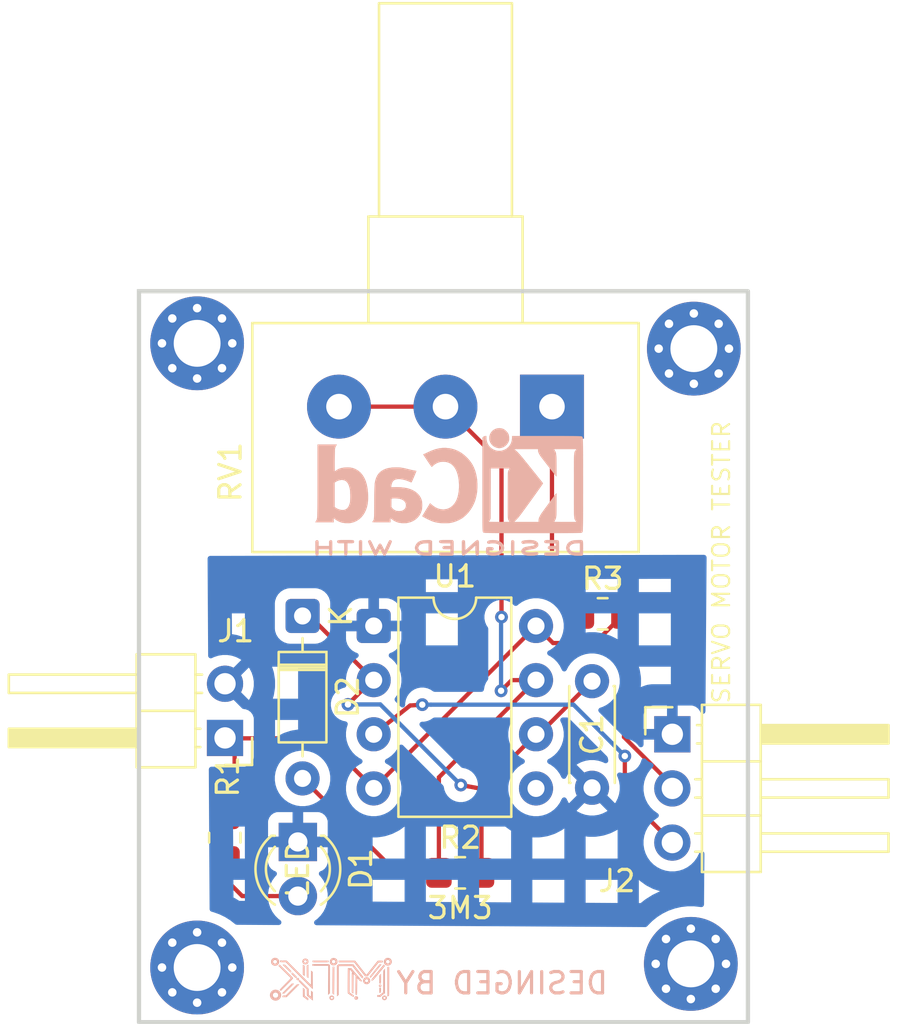
<source format=kicad_pcb>
(kicad_pcb (version 20241229) (generator "pcbnew") (generator_version "9.0")
  (layers (0 "F.Cu" signal) (2 "B.Cu" signal) (13 "F.Paste" user) (15 "B.Paste" user) (5 "F.SilkS" user "F.Silkscreen") (7 "B.SilkS" user "B.Silkscreen") (1 "F.Mask" user) (3 "B.Mask" user) (25 "Edge.Cuts" user))
  (net 0 "")
  (net 1 "Net-(D2-K)")
  (net 2 "GND")
  (net 3 "Net-(D1-A)")
  (net 4 "Net-(D2-A)")
  (net 5 "/VCC")
  (net 6 "/SIG")
  (net 7 "Net-(R3-Pad1)")
  (footprint "Connector_PinHeader_2.54mm:PinHeader_1x02_P2.54mm_Horizontal" (layer "F.Cu") (at 123.65 100.09 180)
    (property "Reference" "J1" (at -0.5 5.01 0) (layer "F.SilkS"))
    (property "Value" "Conn_01x02_Pin" (hide yes))
    (pad "1" thru_hole rect (at 0 0 180) (size 1.7 1.7) (drill 1) (layers "*.Cu" "*.Mask") (net 5 "/VCC"))
    (pad "2" thru_hole circle (at 0 2.54 180) (size 1.7 1.7) (drill 1) (layers "*.Cu" "*.Mask") (net 2 "GND"))
  )
  (footprint "LED_THT:LED_D3.0mm" (layer "F.Cu") (at 127.07 104.97 -90)
    (property "Reference" "D1" (at 1.27 -2.96 90) (layer "F.SilkS"))
    (property "Value" "LED" (at 1.27 0 90) (layer "F.SilkS"))
    (pad "1" thru_hole rect (at 0 0 270) (size 1.8 1.8) (drill 0.9) (layers "*.Cu" "*.Mask") (net 2 "GND"))
    (pad "2" thru_hole circle (at 2.54 0 270) (size 1.8 1.8) (drill 0.9) (layers "*.Cu" "*.Mask") (net 3 "Net-(D1-A)"))
  )
  (footprint "MountingHole:MountingHole_2.2mm_M2_Pad_Via" (layer "F.Cu") (at 145.52 110.69)
    (property "Reference" "REF**" (hide yes))
    (property "Value" "MountingHole_2.2mm_M2_Pad_Via" (hide yes))
    (pad "1" thru_hole circle (at -1.65 0) (size 0.7 0.7) (drill 0.4) (layers "*.Cu" "*.Mask"))
    (pad "1" thru_hole circle (at -1.166726 -1.166726) (size 0.7 0.7) (drill 0.4) (layers "*.Cu" "*.Mask"))
    (pad "1" thru_hole circle (at -1.166726 1.166726) (size 0.7 0.7) (drill 0.4) (layers "*.Cu" "*.Mask"))
    (pad "1" thru_hole circle (at 0 -1.65) (size 0.7 0.7) (drill 0.4) (layers "*.Cu" "*.Mask"))
    (pad "1" thru_hole circle (at 0 0) (size 4.4 4.4) (drill 2.2) (layers "*.Cu" "*.Mask"))
    (pad "1" thru_hole circle (at 0 1.65) (size 0.7 0.7) (drill 0.4) (layers "*.Cu" "*.Mask"))
    (pad "1" thru_hole circle (at 1.166726 -1.166726) (size 0.7 0.7) (drill 0.4) (layers "*.Cu" "*.Mask"))
    (pad "1" thru_hole circle (at 1.166726 1.166726) (size 0.7 0.7) (drill 0.4) (layers "*.Cu" "*.Mask"))
    (pad "1" thru_hole circle (at 1.65 0) (size 0.7 0.7) (drill 0.4) (layers "*.Cu" "*.Mask"))
  )
  (footprint "Resistor_SMD:R_0805_2012Metric_Pad1.20x1.40mm_HandSolder" (layer "F.Cu") (at 141.38 94.27)
    (property "Reference" "R3" (at 0 -1.65 0) (layer "F.SilkS"))
    (property "Value" "56K" (hide yes))
    (pad "1" smd roundrect (at -1 0) (size 1.2 1.4) (layers "F.Cu" "F.Mask" "F.Paste") (roundrect_rratio 0.208333) (net 7 "Net-(R3-Pad1)"))
    (pad "2" smd roundrect (at 1 0) (size 1.2 1.4) (layers "F.Cu" "F.Mask" "F.Paste") (roundrect_rratio 0.208333) (net 5 "/VCC"))
  )
  (footprint "Connector_PinHeader_2.54mm:PinHeader_1x03_P2.54mm_Horizontal" (layer "F.Cu") (at 144.65 99.92)
    (property "Reference" "J2" (at -2.6 6.88 0) (layer "F.SilkS"))
    (property "Value" "Conn_01x03_Pin" (hide yes))
    (pad "1" thru_hole rect (at 0 0) (size 1.7 1.7) (drill 1) (layers "*.Cu" "*.Mask") (net 2 "GND"))
    (pad "2" thru_hole circle (at 0 2.54) (size 1.7 1.7) (drill 1) (layers "*.Cu" "*.Mask") (net 5 "/VCC"))
    (pad "3" thru_hole circle (at 0 5.08) (size 1.7 1.7) (drill 1) (layers "*.Cu" "*.Mask") (net 6 "/SIG"))
  )
  (footprint "MountingHole:MountingHole_2.2mm_M2_Pad_Via" (layer "F.Cu") (at 122.34 81.58)
    (property "Reference" "REF**" (hide yes))
    (property "Value" "MountingHole_2.2mm_M2_Pad_Via" (hide yes))
    (pad "1" thru_hole circle (at -1.65 0) (size 0.7 0.7) (drill 0.4) (layers "*.Cu" "*.Mask"))
    (pad "1" thru_hole circle (at -1.166726 -1.166726) (size 0.7 0.7) (drill 0.4) (layers "*.Cu" "*.Mask"))
    (pad "1" thru_hole circle (at -1.166726 1.166726) (size 0.7 0.7) (drill 0.4) (layers "*.Cu" "*.Mask"))
    (pad "1" thru_hole circle (at 0 -1.65) (size 0.7 0.7) (drill 0.4) (layers "*.Cu" "*.Mask"))
    (pad "1" thru_hole circle (at 0 0) (size 4.4 4.4) (drill 2.2) (layers "*.Cu" "*.Mask"))
    (pad "1" thru_hole circle (at 0 1.65) (size 0.7 0.7) (drill 0.4) (layers "*.Cu" "*.Mask"))
    (pad "1" thru_hole circle (at 1.166726 -1.166726) (size 0.7 0.7) (drill 0.4) (layers "*.Cu" "*.Mask"))
    (pad "1" thru_hole circle (at 1.166726 1.166726) (size 0.7 0.7) (drill 0.4) (layers "*.Cu" "*.Mask"))
    (pad "1" thru_hole circle (at 1.65 0) (size 0.7 0.7) (drill 0.4) (layers "*.Cu" "*.Mask"))
  )
  (footprint "Resistor_SMD:R_0805_2012Metric_Pad1.20x1.40mm_HandSolder" (layer "F.Cu") (at 134.69 106.42)
    (property "Reference" "R2" (at 0 -1.65 0) (layer "F.SilkS"))
    (property "Value" "3M3" (at 0 1.65 0) (layer "F.SilkS"))
    (pad "1" smd roundrect (at -1 0) (size 1.2 1.4) (layers "F.Cu" "F.Mask" "F.Paste") (roundrect_rratio 0.208333) (net 4 "Net-(D2-A)"))
    (pad "2" smd roundrect (at 1 0) (size 1.2 1.4) (layers "F.Cu" "F.Mask" "F.Paste") (roundrect_rratio 0.208333) (net 1 "Net-(D2-K)"))
  )
  (footprint "Diode_THT:D_DO-35_SOD27_P7.62mm_Horizontal" (layer "F.Cu") (at 127.29 94.37 -90)
    (property "Reference" "D2" (at 3.81 -2.12 90) (layer "F.SilkS"))
    (property "Value" "1N4148")
    (fp_text user "K" (at 0 -1.8 90) (layer "F.SilkS"))
    (pad "1" thru_hole roundrect (at 0 0 270) (size 1.6 1.6) (drill 0.8) (layers "*.Cu" "*.Mask") (roundrect_rratio 0.15625) (net 1 "Net-(D2-K)"))
    (pad "2" thru_hole circle (at 7.62 0 270) (size 1.6 1.6) (drill 0.8) (layers "*.Cu" "*.Mask") (net 4 "Net-(D2-A)"))
  )
  (footprint "Resistor_SMD:R_0805_2012Metric_Pad1.20x1.40mm_HandSolder" (layer "F.Cu") (at 123.64 104.77 90)
    (property "Reference" "R1" (at 2.87 0.14 90) (layer "F.SilkS"))
    (property "Value" "1K" (hide yes))
    (pad "1" smd roundrect (at -1 0 90) (size 1.2 1.4) (layers "F.Cu" "F.Mask" "F.Paste") (roundrect_rratio 0.208333) (net 3 "Net-(D1-A)"))
    (pad "2" smd roundrect (at 1 0 90) (size 1.2 1.4) (layers "F.Cu" "F.Mask" "F.Paste") (roundrect_rratio 0.208333) (net 5 "/VCC"))
  )
  (footprint "MountingHole:MountingHole_2.2mm_M2_Pad_Via" (layer "F.Cu") (at 122.34 110.86)
    (property "Reference" "REF**" (hide yes))
    (property "Value" "MountingHole_2.2mm_M2_Pad_Via" (hide yes))
    (pad "1" thru_hole circle (at -1.65 0) (size 0.7 0.7) (drill 0.4) (layers "*.Cu" "*.Mask"))
    (pad "1" thru_hole circle (at -1.166726 -1.166726) (size 0.7 0.7) (drill 0.4) (layers "*.Cu" "*.Mask"))
    (pad "1" thru_hole circle (at -1.166726 1.166726) (size 0.7 0.7) (drill 0.4) (layers "*.Cu" "*.Mask"))
    (pad "1" thru_hole circle (at 0 -1.65) (size 0.7 0.7) (drill 0.4) (layers "*.Cu" "*.Mask"))
    (pad "1" thru_hole circle (at 0 0) (size 4.4 4.4) (drill 2.2) (layers "*.Cu" "*.Mask"))
    (pad "1" thru_hole circle (at 0 1.65) (size 0.7 0.7) (drill 0.4) (layers "*.Cu" "*.Mask"))
    (pad "1" thru_hole circle (at 1.166726 -1.166726) (size 0.7 0.7) (drill 0.4) (layers "*.Cu" "*.Mask"))
    (pad "1" thru_hole circle (at 1.166726 1.166726) (size 0.7 0.7) (drill 0.4) (layers "*.Cu" "*.Mask"))
    (pad "1" thru_hole circle (at 1.65 0) (size 0.7 0.7) (drill 0.4) (layers "*.Cu" "*.Mask"))
  )
  (footprint "Package_DIP:DIP-8_W7.62mm" (layer "F.Cu") (at 130.63 94.84)
    (property "Reference" "U1" (at 3.81 -2.33 0) (layer "F.SilkS"))
    (property "Value" "NA555P")
    (pad "1" thru_hole roundrect (at 0 0) (size 1.6 1.6) (drill 0.8) (layers "*.Cu" "*.Mask") (roundrect_rratio 0.15625) (net 2 "GND"))
    (pad "2" thru_hole circle (at 0 2.54) (size 1.6 1.6) (drill 0.8) (layers "*.Cu" "*.Mask") (net 1 "Net-(D2-K)"))
    (pad "3" thru_hole circle (at 0 5.08) (size 1.6 1.6) (drill 0.8) (layers "*.Cu" "*.Mask") (net 6 "/SIG"))
    (pad "4" thru_hole circle (at 0 7.62) (size 1.6 1.6) (drill 0.8) (layers "*.Cu" "*.Mask") (net 5 "/VCC"))
    (pad "5" thru_hole circle (at 7.62 7.62) (size 1.6 1.6) (drill 0.8) (layers "*.Cu" "*.Mask"))
    (pad "6" thru_hole circle (at 7.62 5.08) (size 1.6 1.6) (drill 0.8) (layers "*.Cu" "*.Mask") (net 1 "Net-(D2-K)"))
    (pad "7" thru_hole circle (at 7.62 2.54) (size 1.6 1.6) (drill 0.8) (layers "*.Cu" "*.Mask") (net 4 "Net-(D2-A)"))
    (pad "8" thru_hole circle (at 7.62 0) (size 1.6 1.6) (drill 0.8) (layers "*.Cu" "*.Mask") (net 5 "/VCC"))
  )
  (footprint "Capacitor_THT:C_Disc_D4.3mm_W1.9mm_P5.00mm" (layer "F.Cu") (at 140.88 97.43 -90)
    (property "Reference" "C1" (at 2.5 0 90) (layer "F.SilkS"))
    (property "Value" "22nF" (hide yes))
    (pad "1" thru_hole circle (at 0 0 270) (size 1.6 1.6) (drill 0.8) (layers "*.Cu" "*.Mask") (net 1 "Net-(D2-K)"))
    (pad "2" thru_hole circle (at 5 0 270) (size 1.6 1.6) (drill 0.8) (layers "*.Cu" "*.Mask") (net 2 "GND"))
  )
  (footprint "MountingHole:MountingHole_2.2mm_M2_Pad_Via" (layer "F.Cu") (at 145.66 81.83)
    (property "Reference" "REF**" (hide yes))
    (property "Value" "MountingHole_2.2mm_M2_Pad_Via" (hide yes))
    (pad "1" thru_hole circle (at -1.65 0) (size 0.7 0.7) (drill 0.4) (layers "*.Cu" "*.Mask"))
    (pad "1" thru_hole circle (at -1.166726 -1.166726) (size 0.7 0.7) (drill 0.4) (layers "*.Cu" "*.Mask"))
    (pad "1" thru_hole circle (at -1.166726 1.166726) (size 0.7 0.7) (drill 0.4) (layers "*.Cu" "*.Mask"))
    (pad "1" thru_hole circle (at 0 -1.65) (size 0.7 0.7) (drill 0.4) (layers "*.Cu" "*.Mask"))
    (pad "1" thru_hole circle (at 0 0) (size 4.4 4.4) (drill 2.2) (layers "*.Cu" "*.Mask"))
    (pad "1" thru_hole circle (at 0 1.65) (size 0.7 0.7) (drill 0.4) (layers "*.Cu" "*.Mask"))
    (pad "1" thru_hole circle (at 1.166726 -1.166726) (size 0.7 0.7) (drill 0.4) (layers "*.Cu" "*.Mask"))
    (pad "1" thru_hole circle (at 1.166726 1.166726) (size 0.7 0.7) (drill 0.4) (layers "*.Cu" "*.Mask"))
    (pad "1" thru_hole circle (at 1.65 0) (size 0.7 0.7) (drill 0.4) (layers "*.Cu" "*.Mask"))
  )
  (footprint "Potentiometer_THT:Potentiometer_Alps_RK163_Single_Horizontal" (layer "F.Cu") (at 139 84.55 -90)
    (property "Reference" "RV1" (at 3.07 15.1 90) (layer "F.SilkS"))
    (property "Value" "100K" (hide yes))
    (pad "1" thru_hole rect (at 0 0 90) (size 3 3) (drill 1.2) (layers "*.Cu" "*.Mask") (net 7 "Net-(R3-Pad1)"))
    (pad "2" thru_hole circle (at 0 5 90) (size 3 3) (drill 1.2) (layers "*.Cu" "*.Mask") (net 4 "Net-(D2-A)"))
    (pad "3" thru_hole circle (at 0 10 90) (size 3 3) (drill 1.2) (layers "*.Cu" "*.Mask") (net 4 "Net-(D2-A)"))
  )
  (footprint "Symbol:KiCad-Logo2_5mm_SilkScreen" (layer "B.Cu") (at 134.18 88.54 180)
    (property "Reference" "REF**" (hide yes))
    (property "Value" "KiCad-Logo2_5mm_SilkScreen" (hide yes))
  )
  (footprint "LOGO" (layer "B.Cu") (at 128.666665 111.615913 180)
    (property "Reference" "G***" (hide yes))
    (property "Value" "LOGO" (hide yes))
  )
  (gr_rect (start 119.61 79.135) (end 148.198395 113.425) (stroke (width 0.2)) (fill no) (layer "Edge.Cuts"))
  (gr_text "SERVO MOTOR TESTER" (at 147.42 98.54 90) (layer "F.SilkS") (effects (font (size 0.8 0.8) (thickness 0.1)) (justify left bottom)))
  (gr_text "DESINGED BY " (at 141.71 112.18 0) (layer "B.SilkS") (effects (font (size 1 1)) (justify left bottom mirror)))
  (segment (start 130.63 97.38) (end 127.62 94.37) (width 0.2) (layer "F.Cu") (net 1))
  (segment (start 127.62 94.37) (end 127.29 94.37) (width 0.2) (layer "F.Cu") (net 1))
  (segment (start 140.88 97.43) (end 138.39 99.92) (width 0.2) (layer "F.Cu") (net 1))
  (segment (start 135.69 102.48) (end 138.25 99.92) (width 0.2) (layer "F.Cu") (net 1))
  (segment (start 135.69 106.42) (end 135.69 102.48) (width 0.2) (layer "F.Cu") (net 1))
  (segment (start 138.39 99.92) (end 138.25 99.92) (width 0.2) (layer "F.Cu") (net 1))
  (segment (start 134.72 102.3) (end 135.38 102.42) (width 0.2) (layer "F.Cu") (net 1))
  (segment (start 130.56 97.38) (end 129.42 98.52) (width 0.2) (layer "F.Cu") (net 1))
  (segment (start 135.38 102.42) (end 135.69 102.48) (width 0.2) (layer "F.Cu") (net 1))
  (segment (start 130.63 97.38) (end 130.56 97.38) (width 0.2) (layer "F.Cu") (net 1))
  (via (at 134.72 102.3) (size 0.6) (drill 0.3) (layers "F.Cu" "B.Cu") (net 1))
  (via (at 129.42 98.52) (size 0.6) (drill 0.3) (layers "F.Cu" "B.Cu") (net 1))
  (segment (start 129.42 98.52) (end 130.94 98.52) (width 0.2) (layer "B.Cu") (net 1))
  (segment (start 130.94 98.52) (end 134.72 102.3) (width 0.2) (layer "B.Cu") (net 1))
  (segment (start 127.07 107.51) (end 124.46 107.51) (width 0.2) (layer "F.Cu") (net 3))
  (segment (start 123.64 106.69) (end 123.64 105.77) (width 0.2) (layer "F.Cu") (net 3))
  (segment (start 124.46 107.51) (end 123.64 106.69) (width 0.2) (layer "F.Cu") (net 3))
  (segment (start 136.63 87.18) (end 134 84.55) (width 0.2) (layer "F.Cu") (net 4))
  (segment (start 138.25 97.38) (end 137.11 97.38) (width 0.2) (layer "F.Cu") (net 4))
  (segment (start 131.72 106.42) (end 127.29 101.99) (width 0.2) (layer "F.Cu") (net 4))
  (segment (start 136.63 94.42) (end 136.63 87.18) (width 0.2) (layer "F.Cu") (net 4))
  (segment (start 133.69 106.42) (end 131.72 106.42) (width 0.2) (layer "F.Cu") (net 4))
  (segment (start 133.69 101.94) (end 133.69 106.42) (width 0.2) (layer "F.Cu") (net 4))
  (segment (start 138.25 97.38) (end 133.69 101.94) (width 0.2) (layer "F.Cu") (net 4))
  (segment (start 137.11 97.38) (end 136.61 97.88) (width 0.2) (layer "F.Cu") (net 4))
  (segment (start 129 84.55) (end 134 84.55) (width 0.2) (layer "F.Cu") (net 4))
  (via (at 136.61 97.88) (size 0.6) (drill 0.3) (layers "F.Cu" "B.Cu") (net 4))
  (via (at 136.63 94.42) (size 0.6) (drill 0.3) (layers "F.Cu" "B.Cu") (net 4))
  (segment (start 136.61 97.88) (end 136.61 94.44) (width 0.2) (layer "B.Cu") (net 4))
  (segment (start 136.61 94.44) (end 136.63 94.42) (width 0.2) (layer "B.Cu") (net 4))
  (segment (start 142.38 100.050057) (end 142.38 94.27) (width 0.2) (layer "F.Cu") (net 5))
  (segment (start 138.25 94.84) (end 138.25 94.81384) (width 0.2) (layer "F.Cu") (net 5))
  (segment (start 123.65 100.09) (end 123.67 100.11) (width 0.2) (layer "F.Cu") (net 5))
  (segment (start 144.65 102.320057) (end 142.38 100.050057) (width 0.2) (layer "F.Cu") (net 5))
  (segment (start 138.25 94.84) (end 139.049999 95.639999) (width 0.2) (layer "F.Cu") (net 5))
  (segment (start 124.1 103.31) (end 123.64 103.77) (width 0.2) (layer "F.Cu") (net 5))
  (segment (start 141.010001 95.639999) (end 142.38 94.27) (width 0.2) (layer "F.Cu") (net 5))
  (segment (start 128.28 100.11) (end 130.63 102.46) (width 0.2) (layer "F.Cu") (net 5))
  (segment (start 123.65 100.09) (end 124.1 100.54) (width 0.2) (layer "F.Cu") (net 5))
  (segment (start 123.67 100.11) (end 128.28 100.11) (width 0.2) (layer "F.Cu") (net 5))
  (segment (start 130.63 102.46) (end 138.25 94.84) (width 0.2) (layer "F.Cu") (net 5))
  (segment (start 124.1 100.54) (end 124.1 103.31) (width 0.2) (layer "F.Cu") (net 5))
  (segment (start 139.049999 95.639999) (end 141.010001 95.639999) (width 0.2) (layer "F.Cu") (net 5))
  (segment (start 144.65 102.46) (end 144.65 102.320057) (width 0.2) (layer "F.Cu") (net 5))
  (segment (start 132.34 98.57) (end 130.63 99.92) (width 0.2) (layer "F.Cu") (net 6))
  (segment (start 132.91 98.53) (end 132.34 98.57) (width 0.2) (layer "F.Cu") (net 6))
  (segment (start 142.42 102.77) (end 142.42 100.94) (width 0.2) (layer "F.Cu") (net 6))
  (segment (start 144.65 105) (end 142.42 102.77) (width 0.2) (layer "F.Cu") (net 6))
  (via (at 142.42 100.94) (size 0.6) (drill 0.3) (layers "F.Cu" "B.Cu") (net 6))
  (via (at 132.91 98.53) (size 0.6) (drill 0.3) (layers "F.Cu" "B.Cu") (net 6))
  (segment (start 132.91 98.53) (end 133.321 98.531) (width 0.2) (layer "B.Cu") (net 6))
  (segment (start 140.011 98.531) (end 142.42 100.94) (width 0.2) (layer "B.Cu") (net 6))
  (segment (start 133.321 98.531) (end 140.011 98.531) (width 0.2) (layer "B.Cu") (net 6))
  (segment (start 139 84.55) (end 139 92.89) (width 0.2) (layer "F.Cu") (net 7))
  (segment (start 139 92.89) (end 140.38 94.27) (width 0.2) (layer "F.Cu") (net 7))
  (zone (net 2) (net_name "GND") (layer "B.Cu") (connect_pads (clearance 0.5)) (min_thickness 0.25) (fill yes (mode hatch) (thermal_gap 0.5) (thermal_bridge_width 0.5) (hatch_thickness 1) (hatch_gap 1.5) (hatch_orientation 0) (hatch_border_algorithm hatch_thickness) (hatch_min_hole_area 0.3))
    (polygon (pts (xy 122.83 91.55) (xy 146.26 91.5) (xy 146.13 108.98) (xy 122.93 108.85)))
  )
)
</source>
